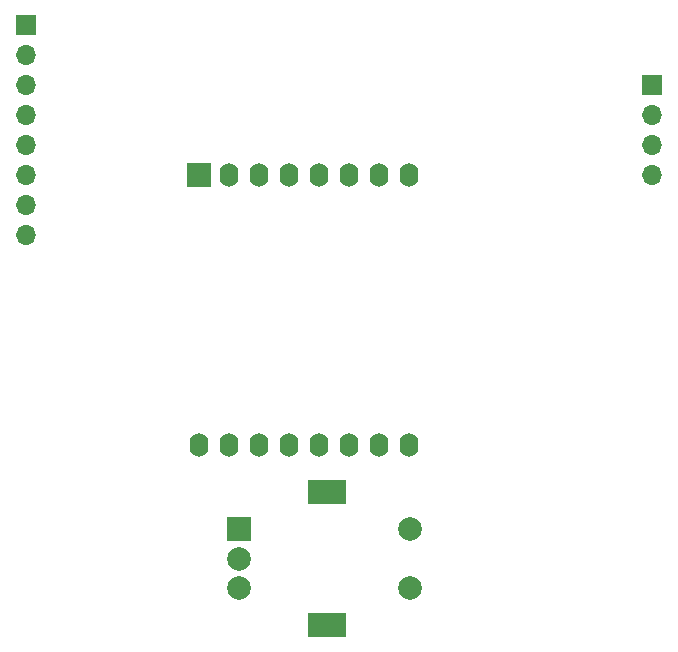
<source format=gbr>
%TF.GenerationSoftware,KiCad,Pcbnew,8.0.7-8.0.7-0~ubuntu22.04.1*%
%TF.CreationDate,2024-12-11T16:36:01+08:00*%
%TF.ProjectId,SmartClock,536d6172-7443-46c6-9f63-6b2e6b696361,rev?*%
%TF.SameCoordinates,Original*%
%TF.FileFunction,Copper,L1,Top*%
%TF.FilePolarity,Positive*%
%FSLAX46Y46*%
G04 Gerber Fmt 4.6, Leading zero omitted, Abs format (unit mm)*
G04 Created by KiCad (PCBNEW 8.0.7-8.0.7-0~ubuntu22.04.1) date 2024-12-11 16:36:01*
%MOMM*%
%LPD*%
G01*
G04 APERTURE LIST*
%TA.AperFunction,ComponentPad*%
%ADD10O,1.600000X2.000000*%
%TD*%
%TA.AperFunction,ComponentPad*%
%ADD11R,2.000000X2.000000*%
%TD*%
%TA.AperFunction,ComponentPad*%
%ADD12R,1.700000X1.700000*%
%TD*%
%TA.AperFunction,ComponentPad*%
%ADD13O,1.700000X1.700000*%
%TD*%
%TA.AperFunction,ComponentPad*%
%ADD14C,2.000000*%
%TD*%
%TA.AperFunction,ComponentPad*%
%ADD15R,3.200000X2.000000*%
%TD*%
G04 APERTURE END LIST*
D10*
%TO.P,U2,16,TX*%
%TO.N,EC11_S*%
X117110000Y-103415000D03*
%TO.P,U2,15,RX*%
%TO.N,MOSI*%
X119650000Y-103415000D03*
%TO.P,U2,14,CS0/IO10*%
%TO.N,TFT_CS*%
X122190000Y-103415000D03*
%TO.P,U2,13,IO8*%
%TO.N,TFT_EN*%
X124730000Y-103415000D03*
%TO.P,U2,12,MOSI/IO7*%
%TO.N,unconnected-(U2-MOSI{slash}IO7-Pad12)*%
X127270000Y-103415000D03*
%TO.P,U2,11,SCK/IO6*%
%TO.N,SCK*%
X129810000Y-103415000D03*
%TO.P,U2,10,GND*%
%TO.N,GND*%
X132350000Y-103415000D03*
%TO.P,U2,9,5V*%
%TO.N,+5V*%
X134890000Y-103415000D03*
%TO.P,U2,8,3V3*%
%TO.N,+3V3*%
X134890000Y-80555000D03*
%TO.P,U2,7,IO5*%
%TO.N,EC11_B*%
X132350000Y-80555000D03*
%TO.P,U2,6,IO4*%
%TO.N,EC11_A*%
X129810000Y-80555000D03*
%TO.P,U2,5,IO0*%
%TO.N,BackLight*%
X127270000Y-80555000D03*
%TO.P,U2,4,IO1*%
%TO.N,SD_CS*%
X124730000Y-80555000D03*
%TO.P,U2,3,MISO/IO2*%
%TO.N,MISO*%
X122190000Y-80555000D03*
%TO.P,U2,2,IO3*%
%TO.N,TFT_DC*%
X119650000Y-80555000D03*
D11*
%TO.P,U2,1,~{RST}*%
%TO.N,unconnected-(U2-~{RST}-Pad1)*%
X117110000Y-80555000D03*
%TD*%
D12*
%TO.P,U1,1,3V3*%
%TO.N,unconnected-(U1-3V3-Pad1)*%
X102490000Y-67860000D03*
D13*
%TO.P,U1,2,GND*%
%TO.N,GND*%
X102490000Y-70400000D03*
%TO.P,U1,3,LCD_CS*%
%TO.N,TFT_CS*%
X102490000Y-72940000D03*
%TO.P,U1,4,EN*%
%TO.N,TFT_EN*%
X102490000Y-75480000D03*
%TO.P,U1,5,D/C*%
%TO.N,TFT_DC*%
X102490000Y-78020000D03*
%TO.P,U1,6,LCD_MOSI*%
%TO.N,MOSI*%
X102490000Y-80560000D03*
%TO.P,U1,7,LCD_SCK*%
%TO.N,SCK*%
X102490000Y-83100000D03*
%TO.P,U1,8,LED*%
%TO.N,Net-(U1-LED)*%
X102490000Y-85640000D03*
D12*
%TO.P,U1,9,SD_CS*%
%TO.N,SD_CS*%
X155490000Y-72940000D03*
D13*
%TO.P,U1,10,SD_MOSI*%
%TO.N,MOSI*%
X155490000Y-75480000D03*
%TO.P,U1,11,SD_MISO*%
%TO.N,MISO*%
X155490000Y-78020000D03*
%TO.P,U1,12,SD_SCK*%
%TO.N,SCK*%
X155490000Y-80560000D03*
%TD*%
D11*
%TO.P,SW1,A,A*%
%TO.N,EC11_A*%
X120500000Y-110500000D03*
D14*
%TO.P,SW1,B,B*%
%TO.N,EC11_B*%
X120500000Y-115500000D03*
%TO.P,SW1,C,C*%
%TO.N,GND*%
X120500000Y-113000000D03*
D15*
%TO.P,SW1,MP*%
%TO.N,N/C*%
X128000000Y-107400000D03*
X128000000Y-118600000D03*
D14*
%TO.P,SW1,S1,S1*%
%TO.N,EC11_S*%
X135000000Y-115500000D03*
%TO.P,SW1,S2,S2*%
%TO.N,GND*%
X135000000Y-110500000D03*
%TD*%
M02*

</source>
